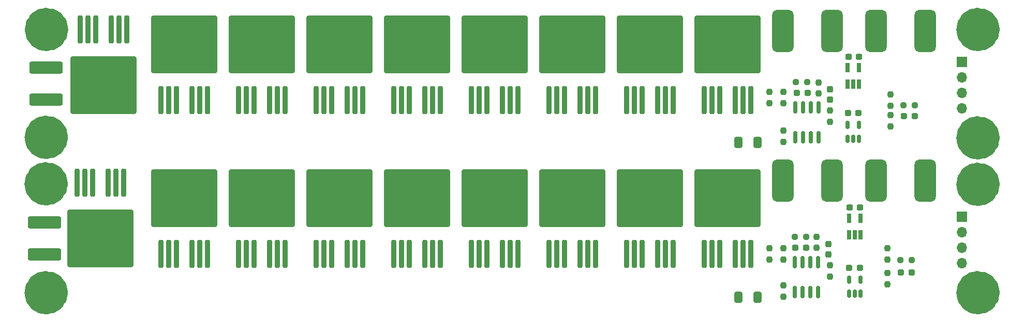
<source format=gbr>
%TF.GenerationSoftware,KiCad,Pcbnew,7.0.5*%
%TF.CreationDate,2025-04-03T03:30:24-04:00*%
%TF.ProjectId,fuck_it_stepper_2,6675636b-5f69-4745-9f73-746570706572,rev?*%
%TF.SameCoordinates,Original*%
%TF.FileFunction,Soldermask,Top*%
%TF.FilePolarity,Negative*%
%FSLAX46Y46*%
G04 Gerber Fmt 4.6, Leading zero omitted, Abs format (unit mm)*
G04 Created by KiCad (PCBNEW 7.0.5) date 2025-04-03 03:30:24*
%MOMM*%
%LPD*%
G01*
G04 APERTURE LIST*
G04 Aperture macros list*
%AMRoundRect*
0 Rectangle with rounded corners*
0 $1 Rounding radius*
0 $2 $3 $4 $5 $6 $7 $8 $9 X,Y pos of 4 corners*
0 Add a 4 corners polygon primitive as box body*
4,1,4,$2,$3,$4,$5,$6,$7,$8,$9,$2,$3,0*
0 Add four circle primitives for the rounded corners*
1,1,$1+$1,$2,$3*
1,1,$1+$1,$4,$5*
1,1,$1+$1,$6,$7*
1,1,$1+$1,$8,$9*
0 Add four rect primitives between the rounded corners*
20,1,$1+$1,$2,$3,$4,$5,0*
20,1,$1+$1,$4,$5,$6,$7,0*
20,1,$1+$1,$6,$7,$8,$9,0*
20,1,$1+$1,$8,$9,$2,$3,0*%
G04 Aperture macros list end*
%ADD10C,3.556945*%
%ADD11RoundRect,0.237500X0.250000X0.237500X-0.250000X0.237500X-0.250000X-0.237500X0.250000X-0.237500X0*%
%ADD12RoundRect,0.249999X2.450001X-0.737501X2.450001X0.737501X-2.450001X0.737501X-2.450001X-0.737501X0*%
%ADD13RoundRect,0.250000X-0.412500X-0.650000X0.412500X-0.650000X0.412500X0.650000X-0.412500X0.650000X0*%
%ADD14RoundRect,0.237500X0.300000X0.237500X-0.300000X0.237500X-0.300000X-0.237500X0.300000X-0.237500X0*%
%ADD15RoundRect,0.237500X0.237500X-0.250000X0.237500X0.250000X-0.237500X0.250000X-0.237500X-0.250000X0*%
%ADD16RoundRect,0.237500X-0.237500X0.250000X-0.237500X-0.250000X0.237500X-0.250000X0.237500X0.250000X0*%
%ADD17RoundRect,0.237500X-0.250000X-0.237500X0.250000X-0.237500X0.250000X0.237500X-0.250000X0.237500X0*%
%ADD18RoundRect,0.237500X0.287500X0.237500X-0.287500X0.237500X-0.287500X-0.237500X0.287500X-0.237500X0*%
%ADD19RoundRect,0.237500X0.237500X-0.287500X0.237500X0.287500X-0.237500X0.287500X-0.237500X-0.287500X0*%
%ADD20RoundRect,0.237500X-0.287500X-0.237500X0.287500X-0.237500X0.287500X0.237500X-0.287500X0.237500X0*%
%ADD21R,1.700000X1.700000*%
%ADD22O,1.700000X1.700000*%
%ADD23RoundRect,0.200000X0.200000X-2.100000X0.200000X2.100000X-0.200000X2.100000X-0.200000X-2.100000X0*%
%ADD24RoundRect,0.250002X5.149998X-4.449998X5.149998X4.449998X-5.149998X4.449998X-5.149998X-4.449998X0*%
%ADD25RoundRect,0.150000X-0.150000X0.825000X-0.150000X-0.825000X0.150000X-0.825000X0.150000X0.825000X0*%
%ADD26R,0.650000X1.560000*%
%ADD27RoundRect,0.150000X0.150000X-0.512500X0.150000X0.512500X-0.150000X0.512500X-0.150000X-0.512500X0*%
%ADD28RoundRect,0.200000X-0.200000X2.100000X-0.200000X-2.100000X0.200000X-2.100000X0.200000X2.100000X0*%
%ADD29RoundRect,0.250002X-5.149998X4.449998X-5.149998X-4.449998X5.149998X-4.449998X5.149998X4.449998X0*%
%ADD30RoundRect,0.875000X-0.875000X-2.625000X0.875000X-2.625000X0.875000X2.625000X-0.875000X2.625000X0*%
G04 APERTURE END LIST*
D10*
X194892527Y-68580000D02*
G75*
G03*
X194892527Y-68580000I-1778472J0D01*
G01*
X194892527Y-50800000D02*
G75*
G03*
X194892527Y-50800000I-1778472J0D01*
G01*
X194892527Y-43180000D02*
G75*
G03*
X194892527Y-43180000I-1778472J0D01*
G01*
X194892527Y-25400000D02*
G75*
G03*
X194892527Y-25400000I-1778472J0D01*
G01*
X42474355Y-25394024D02*
G75*
G03*
X42474355Y-25394024I-1778472J0D01*
G01*
X42434225Y-43091434D02*
G75*
G03*
X42434225Y-43091434I-1778472J0D01*
G01*
X42414160Y-50716169D02*
G75*
G03*
X42414160Y-50716169I-1778472J0D01*
G01*
X42418472Y-68580000D02*
G75*
G03*
X42418472Y-68580000I-1778472J0D01*
G01*
D11*
%TO.C,R11*%
X165147000Y-34036000D03*
X163322000Y-34036000D03*
%TD*%
D12*
%TO.C,C12*%
X40386000Y-62327500D03*
X40386000Y-57052500D03*
%TD*%
%TO.C,C5*%
X40640000Y-31652500D03*
X40640000Y-36927500D03*
%TD*%
D13*
%TO.C,C4*%
X153885500Y-69342000D03*
X157010500Y-69342000D03*
%TD*%
%TO.C,C3*%
X153885500Y-43942000D03*
X157010500Y-43942000D03*
%TD*%
D14*
%TO.C,C2*%
X173836500Y-54610000D03*
X172111500Y-54610000D03*
%TD*%
%TO.C,C1*%
X173642744Y-29918224D03*
X171917744Y-29918224D03*
%TD*%
D15*
%TO.C,R3*%
X161290000Y-63142500D03*
X161290000Y-61317500D03*
%TD*%
%TO.C,R1*%
X161290000Y-35663500D03*
X161290000Y-37488500D03*
%TD*%
D16*
%TO.C,R22*%
X178308000Y-65381500D03*
X178308000Y-67206500D03*
%TD*%
D15*
%TO.C,R21*%
X161290000Y-69238500D03*
X161290000Y-67413500D03*
%TD*%
D16*
%TO.C,R20*%
X178816000Y-39473500D03*
X178816000Y-41298500D03*
%TD*%
D15*
%TO.C,R19*%
X161290000Y-43838500D03*
X161290000Y-42013500D03*
%TD*%
D17*
%TO.C,R18*%
X182776500Y-37846000D03*
X180951500Y-37846000D03*
%TD*%
%TO.C,R17*%
X180443500Y-63246000D03*
X182268500Y-63246000D03*
%TD*%
D16*
%TO.C,R16*%
X166697302Y-59396183D03*
X166697302Y-61221183D03*
%TD*%
%TO.C,R15*%
X167013345Y-34072142D03*
X167013345Y-35897142D03*
%TD*%
D11*
%TO.C,R14*%
X164996500Y-59436000D03*
X163171500Y-59436000D03*
%TD*%
D15*
%TO.C,R10*%
X168910000Y-65936500D03*
X168910000Y-64111500D03*
%TD*%
%TO.C,R9*%
X168910000Y-40536500D03*
X168910000Y-38711500D03*
%TD*%
%TO.C,R6*%
X178308000Y-63142500D03*
X178308000Y-61317500D03*
%TD*%
%TO.C,R5*%
X178816000Y-37893000D03*
X178816000Y-36068000D03*
%TD*%
D18*
%TO.C,D8*%
X182739000Y-39624000D03*
X180989000Y-39624000D03*
%TD*%
%TO.C,D7*%
X182231000Y-65278000D03*
X180481000Y-65278000D03*
%TD*%
D19*
%TO.C,D6*%
X168656000Y-62343000D03*
X168656000Y-60593000D03*
%TD*%
%TO.C,D5*%
X168910000Y-36943000D03*
X168910000Y-35193000D03*
%TD*%
D18*
%TO.C,D4*%
X164959000Y-61214000D03*
X163209000Y-61214000D03*
%TD*%
%TO.C,D3*%
X165213000Y-35814000D03*
X163463000Y-35814000D03*
%TD*%
D20*
%TO.C,D2*%
X172036900Y-64500275D03*
X173786900Y-64500275D03*
%TD*%
%TO.C,D1*%
X171830970Y-39117065D03*
X173580970Y-39117065D03*
%TD*%
D21*
%TO.C,J2*%
X190443000Y-56144000D03*
D22*
X190443000Y-58684000D03*
X190443000Y-61224000D03*
X190443000Y-63764000D03*
%TD*%
D21*
%TO.C,J1*%
X190443000Y-30744000D03*
D22*
X190443000Y-33284000D03*
X190443000Y-35824000D03*
X190443000Y-38364000D03*
%TD*%
D23*
%TO.C,U10*%
X122898666Y-62206028D03*
X124168666Y-62206028D03*
X125438666Y-62206028D03*
D24*
X126708666Y-53056028D03*
D23*
X127978666Y-62206028D03*
X129248666Y-62206028D03*
X130518666Y-62206028D03*
%TD*%
%TO.C,U11*%
X135598666Y-62206028D03*
X136868666Y-62206028D03*
X138138666Y-62206028D03*
D24*
X139408666Y-53056028D03*
D23*
X140678666Y-62206028D03*
X141948666Y-62206028D03*
X143218666Y-62206028D03*
%TD*%
%TO.C,U8*%
X110198666Y-62206028D03*
X111468666Y-62206028D03*
X112738666Y-62206028D03*
D24*
X114008666Y-53056028D03*
D23*
X115278666Y-62206028D03*
X116548666Y-62206028D03*
X117818666Y-62206028D03*
%TD*%
%TO.C,U12*%
X148298666Y-62206028D03*
X149568666Y-62206028D03*
X150838666Y-62206028D03*
D24*
X152108666Y-53056028D03*
D23*
X153378666Y-62206028D03*
X154648666Y-62206028D03*
X155918666Y-62206028D03*
%TD*%
%TO.C,U6*%
X148355000Y-36975000D03*
X149625000Y-36975000D03*
X150895000Y-36975000D03*
D24*
X152165000Y-27825000D03*
D23*
X153435000Y-36975000D03*
X154705000Y-36975000D03*
X155975000Y-36975000D03*
%TD*%
%TO.C,U2*%
X110255000Y-36975000D03*
X111525000Y-36975000D03*
X112795000Y-36975000D03*
D24*
X114065000Y-27825000D03*
D23*
X115335000Y-36975000D03*
X116605000Y-36975000D03*
X117875000Y-36975000D03*
%TD*%
%TO.C,U4*%
X122955000Y-36975000D03*
X124225000Y-36975000D03*
X125495000Y-36975000D03*
D24*
X126765000Y-27825000D03*
D23*
X128035000Y-36975000D03*
X129305000Y-36975000D03*
X130575000Y-36975000D03*
%TD*%
%TO.C,U5*%
X135655000Y-36975000D03*
X136925000Y-36975000D03*
X138195000Y-36975000D03*
D24*
X139465000Y-27825000D03*
D23*
X140735000Y-36975000D03*
X142005000Y-36975000D03*
X143275000Y-36975000D03*
%TD*%
D25*
%TO.C,U16*%
X167005000Y-38165000D03*
X165735000Y-38165000D03*
X164465000Y-38165000D03*
X163195000Y-38165000D03*
X163195000Y-43115000D03*
X164465000Y-43115000D03*
X165735000Y-43115000D03*
X167005000Y-43115000D03*
%TD*%
D26*
%TO.C,U15*%
X171995158Y-59105538D03*
X172945158Y-59105538D03*
X173895158Y-59105538D03*
X173895158Y-56405538D03*
X171995158Y-56405538D03*
%TD*%
D27*
%TO.C,U14*%
X172024000Y-68701500D03*
X172974000Y-68701500D03*
X173924000Y-68701500D03*
X173924000Y-66426500D03*
X172024000Y-66426500D03*
%TD*%
%TO.C,U13*%
X171770000Y-43301500D03*
X172720000Y-43301500D03*
X173670000Y-43301500D03*
X173670000Y-41026500D03*
X171770000Y-41026500D03*
%TD*%
D23*
%TO.C,U12*%
X97498666Y-62206028D03*
X98768666Y-62206028D03*
X100038666Y-62206028D03*
X102578666Y-62206028D03*
X103848666Y-62206028D03*
X105118666Y-62206028D03*
D24*
X101308666Y-53056028D03*
%TD*%
D23*
%TO.C,U11*%
X84798666Y-62206028D03*
X86068666Y-62206028D03*
X87338666Y-62206028D03*
X89878666Y-62206028D03*
X91148666Y-62206028D03*
X92418666Y-62206028D03*
D24*
X88608666Y-53056028D03*
%TD*%
D23*
%TO.C,U10*%
X72098666Y-62206028D03*
X73368666Y-62206028D03*
X74638666Y-62206028D03*
X77178666Y-62206028D03*
X78448666Y-62206028D03*
X79718666Y-62206028D03*
D24*
X75908666Y-53056028D03*
%TD*%
D28*
%TO.C,U9*%
X53283666Y-50569146D03*
X52013666Y-50569146D03*
X50743666Y-50569146D03*
X48203666Y-50569146D03*
X46933666Y-50569146D03*
X45663666Y-50569146D03*
D29*
X49473666Y-59719146D03*
%TD*%
D23*
%TO.C,U8*%
X59398666Y-62206028D03*
X60668666Y-62206028D03*
X61938666Y-62206028D03*
X64478666Y-62206028D03*
X65748666Y-62206028D03*
X67018666Y-62206028D03*
D24*
X63208666Y-53056028D03*
%TD*%
D26*
%TO.C,U7*%
X171770000Y-34370000D03*
X172720000Y-34370000D03*
X173670000Y-34370000D03*
X173670000Y-31670000D03*
X171770000Y-31670000D03*
%TD*%
D23*
%TO.C,U6*%
X97555000Y-36975000D03*
X98825000Y-36975000D03*
X100095000Y-36975000D03*
X102635000Y-36975000D03*
X103905000Y-36975000D03*
X105175000Y-36975000D03*
D24*
X101365000Y-27825000D03*
%TD*%
D23*
%TO.C,U5*%
X84855000Y-36975000D03*
X86125000Y-36975000D03*
X87395000Y-36975000D03*
X89935000Y-36975000D03*
X91205000Y-36975000D03*
X92475000Y-36975000D03*
D24*
X88665000Y-27825000D03*
%TD*%
D23*
%TO.C,U4*%
X72155000Y-36975000D03*
X73425000Y-36975000D03*
X74695000Y-36975000D03*
X77235000Y-36975000D03*
X78505000Y-36975000D03*
X79775000Y-36975000D03*
D24*
X75965000Y-27825000D03*
%TD*%
D28*
%TO.C,U3*%
X53866275Y-25400000D03*
X52596275Y-25400000D03*
X51326275Y-25400000D03*
X48786275Y-25400000D03*
X47516275Y-25400000D03*
X46246275Y-25400000D03*
D29*
X50056275Y-34550000D03*
%TD*%
D23*
%TO.C,U2*%
X59455000Y-36975000D03*
X60725000Y-36975000D03*
X61995000Y-36975000D03*
X64535000Y-36975000D03*
X65805000Y-36975000D03*
X67075000Y-36975000D03*
D24*
X63265000Y-27825000D03*
%TD*%
D25*
%TO.C,U1*%
X166948666Y-63565000D03*
X165678666Y-63565000D03*
X164408666Y-63565000D03*
X163138666Y-63565000D03*
X163138666Y-68515000D03*
X164408666Y-68515000D03*
X165678666Y-68515000D03*
X166948666Y-68515000D03*
%TD*%
D30*
%TO.C,R13*%
X176411711Y-50176776D03*
X184514602Y-50176776D03*
%TD*%
%TO.C,R12*%
X176411710Y-25677550D03*
X184514601Y-25677550D03*
%TD*%
%TO.C,R8*%
X161171711Y-50176776D03*
X169274602Y-50176776D03*
%TD*%
%TO.C,R7*%
X161171710Y-25677550D03*
X169274601Y-25677550D03*
%TD*%
D15*
%TO.C,R4*%
X159004000Y-63142500D03*
X159004000Y-61317500D03*
%TD*%
%TO.C,R2*%
X159004000Y-37488500D03*
X159004000Y-35663500D03*
%TD*%
M02*

</source>
